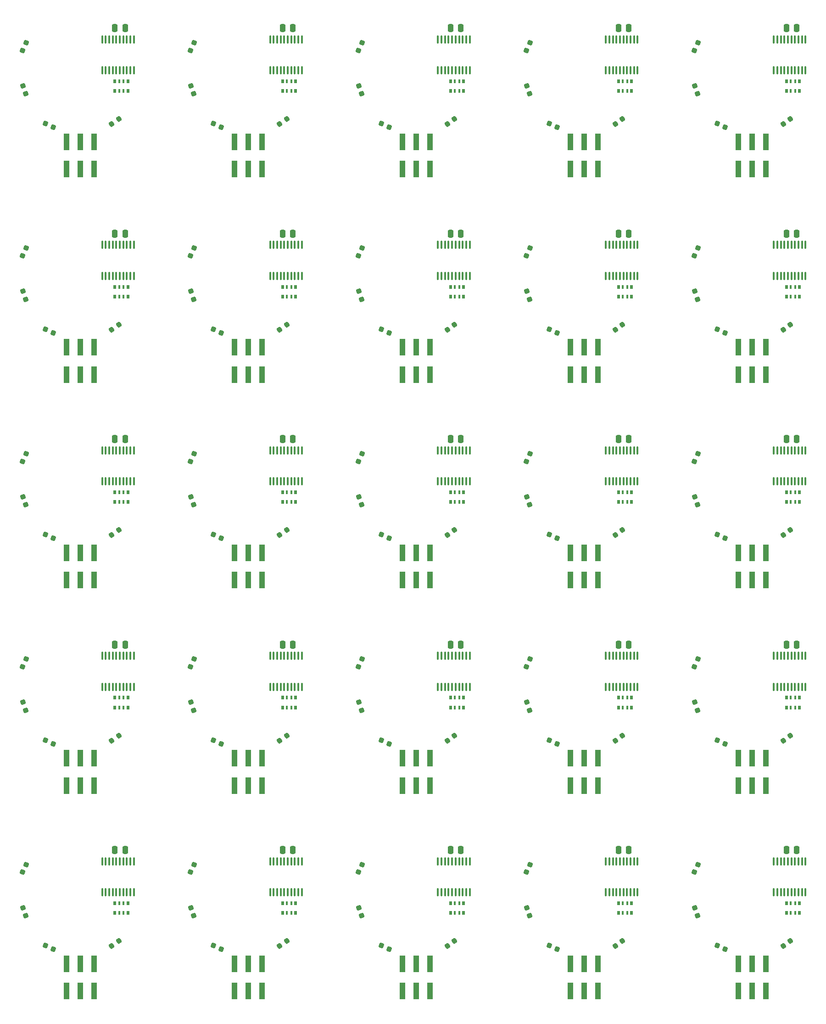
<source format=gbr>
%TF.GenerationSoftware,KiCad,Pcbnew,9.0.2*%
%TF.CreationDate,2025-06-25T14:10:58-05:00*%
%TF.ProjectId,panel,70616e65-6c2e-46b6-9963-61645f706362,rev?*%
%TF.SameCoordinates,Original*%
%TF.FileFunction,Paste,Bot*%
%TF.FilePolarity,Positive*%
%FSLAX46Y46*%
G04 Gerber Fmt 4.6, Leading zero omitted, Abs format (unit mm)*
G04 Created by KiCad (PCBNEW 9.0.2) date 2025-06-25 14:10:58*
%MOMM*%
%LPD*%
G01*
G04 APERTURE LIST*
G04 Aperture macros list*
%AMRoundRect*
0 Rectangle with rounded corners*
0 $1 Rounding radius*
0 $2 $3 $4 $5 $6 $7 $8 $9 X,Y pos of 4 corners*
0 Add a 4 corners polygon primitive as box body*
4,1,4,$2,$3,$4,$5,$6,$7,$8,$9,$2,$3,0*
0 Add four circle primitives for the rounded corners*
1,1,$1+$1,$2,$3*
1,1,$1+$1,$4,$5*
1,1,$1+$1,$6,$7*
1,1,$1+$1,$8,$9*
0 Add four rect primitives between the rounded corners*
20,1,$1+$1,$2,$3,$4,$5,0*
20,1,$1+$1,$4,$5,$6,$7,0*
20,1,$1+$1,$6,$7,$8,$9,0*
20,1,$1+$1,$8,$9,$2,$3,0*%
G04 Aperture macros list end*
%ADD10RoundRect,0.100000X-0.100000X0.637500X-0.100000X-0.637500X0.100000X-0.637500X0.100000X0.637500X0*%
%ADD11RoundRect,0.250000X-0.250000X-0.475000X0.250000X-0.475000X0.250000X0.475000X-0.250000X0.475000X0*%
%ADD12RoundRect,0.218750X0.306551X0.139794X-0.089959X0.324689X-0.306551X-0.139794X0.089959X-0.324689X0*%
%ADD13RoundRect,0.218750X0.139794X-0.306551X0.324689X0.089959X-0.139794X0.306551X-0.324689X-0.089959X0*%
%ADD14R,0.500000X0.800000*%
%ADD15R,0.400000X0.800000*%
%ADD16R,1.000000X3.150000*%
%ADD17RoundRect,0.218750X0.315613X-0.117915X0.165979X0.293200X-0.315613X0.117915X-0.165979X-0.293200X0*%
%ADD18RoundRect,0.218750X0.032211X0.335378X-0.326168X0.084438X-0.032211X-0.335378X0.326168X-0.084438X0*%
G04 APERTURE END LIST*
D10*
%TO.C,U1*%
X122136068Y-34687874D03*
X122786068Y-34687874D03*
X123436068Y-34687874D03*
X124086068Y-34687874D03*
X124736068Y-34687874D03*
X125386068Y-34687874D03*
X126036068Y-34687874D03*
X126686068Y-34687874D03*
X127336068Y-34687874D03*
X127986068Y-34687874D03*
X127986068Y-40412874D03*
X127336068Y-40412874D03*
X126686068Y-40412874D03*
X126036068Y-40412874D03*
X125386068Y-40412874D03*
X124736068Y-40412874D03*
X124086068Y-40412874D03*
X123436068Y-40412874D03*
X122786068Y-40412874D03*
X122136068Y-40412874D03*
%TD*%
D11*
%TO.C,C1*%
X93483629Y-184157846D03*
X95383629Y-184157846D03*
%TD*%
D10*
%TO.C,U1*%
X215068385Y-186232846D03*
X215718385Y-186232846D03*
X216368385Y-186232846D03*
X217018385Y-186232846D03*
X217668385Y-186232846D03*
X218318385Y-186232846D03*
X218968385Y-186232846D03*
X219618385Y-186232846D03*
X220268385Y-186232846D03*
X220918385Y-186232846D03*
X220918385Y-191957846D03*
X220268385Y-191957846D03*
X219618385Y-191957846D03*
X218968385Y-191957846D03*
X218318385Y-191957846D03*
X217668385Y-191957846D03*
X217018385Y-191957846D03*
X216368385Y-191957846D03*
X215718385Y-191957846D03*
X215068385Y-191957846D03*
%TD*%
D12*
%TO.C,D6*%
X113124785Y-202440658D03*
X111697351Y-201775034D03*
%TD*%
D13*
%TO.C,D2*%
X138430695Y-188246562D03*
X139096319Y-186819130D03*
%TD*%
D12*
%TO.C,D6*%
X175079663Y-126668172D03*
X173652229Y-126002548D03*
%TD*%
D14*
%TO.C,RN1*%
X157838507Y-119985361D03*
D15*
X157038506Y-119985359D03*
X156238507Y-119985360D03*
D14*
X155438507Y-119985359D03*
X155438507Y-118185359D03*
D15*
X156238508Y-118185361D03*
X157038507Y-118185360D03*
D14*
X157838507Y-118185361D03*
%TD*%
D12*
%TO.C,D6*%
X113124785Y-126668172D03*
X111697351Y-126002548D03*
%TD*%
D11*
%TO.C,C1*%
X217393385Y-108385360D03*
X219293385Y-108385360D03*
%TD*%
%TO.C,C1*%
X155438507Y-70499117D03*
X157338507Y-70499117D03*
%TD*%
D16*
%TO.C,J1*%
X84593629Y-91449117D03*
X84593629Y-96499117D03*
X87133629Y-91449117D03*
X87133629Y-96499117D03*
X89673629Y-91449117D03*
X89673629Y-96499117D03*
%TD*%
D14*
%TO.C,RN1*%
X157838507Y-157871604D03*
D15*
X157038506Y-157871602D03*
X156238507Y-157871603D03*
D14*
X155438507Y-157871602D03*
X155438507Y-156071602D03*
D15*
X156238508Y-156071604D03*
X157038507Y-156071603D03*
D14*
X157838507Y-156071604D03*
%TD*%
D16*
%TO.C,J1*%
X115571068Y-205107846D03*
X115571068Y-210157846D03*
X118111068Y-205107846D03*
X118111068Y-210157846D03*
X120651068Y-205107846D03*
X120651068Y-210157846D03*
%TD*%
D14*
%TO.C,RN1*%
X95883629Y-157871604D03*
D15*
X95083628Y-157871602D03*
X94283629Y-157871603D03*
D14*
X93483629Y-157871602D03*
X93483629Y-156071602D03*
D15*
X94283630Y-156071604D03*
X95083629Y-156071603D03*
D14*
X95883629Y-156071604D03*
%TD*%
D17*
%TO.C,D4*%
X77077970Y-82614126D03*
X76539288Y-81134108D03*
%TD*%
D10*
%TO.C,U1*%
X91158629Y-186232846D03*
X91808629Y-186232846D03*
X92458629Y-186232846D03*
X93108629Y-186232846D03*
X93758629Y-186232846D03*
X94408629Y-186232846D03*
X95058629Y-186232846D03*
X95708629Y-186232846D03*
X96358629Y-186232846D03*
X97008629Y-186232846D03*
X97008629Y-191957846D03*
X96358629Y-191957846D03*
X95708629Y-191957846D03*
X95058629Y-191957846D03*
X94408629Y-191957846D03*
X93758629Y-191957846D03*
X93108629Y-191957846D03*
X92458629Y-191957846D03*
X91808629Y-191957846D03*
X91158629Y-191957846D03*
%TD*%
D13*
%TO.C,D2*%
X107453256Y-112474076D03*
X108118880Y-111046644D03*
%TD*%
D18*
%TO.C,D8*%
X187136029Y-163044911D03*
X185845863Y-163948295D03*
%TD*%
D17*
%TO.C,D4*%
X200987726Y-196272855D03*
X200449044Y-194792837D03*
%TD*%
D11*
%TO.C,C1*%
X93483629Y-32612874D03*
X95383629Y-32612874D03*
%TD*%
D12*
%TO.C,D6*%
X175079663Y-50895686D03*
X173652229Y-50230062D03*
%TD*%
%TO.C,D6*%
X82147346Y-50895686D03*
X80719912Y-50230062D03*
%TD*%
%TO.C,D6*%
X113124785Y-88781929D03*
X111697351Y-88116305D03*
%TD*%
D18*
%TO.C,D8*%
X156158590Y-87272425D03*
X154868424Y-88175809D03*
%TD*%
%TO.C,D8*%
X125181151Y-125158668D03*
X123890985Y-126062052D03*
%TD*%
D17*
%TO.C,D4*%
X139032848Y-196272855D03*
X138494166Y-194792837D03*
%TD*%
D10*
%TO.C,U1*%
X184090946Y-72574117D03*
X184740946Y-72574117D03*
X185390946Y-72574117D03*
X186040946Y-72574117D03*
X186690946Y-72574117D03*
X187340946Y-72574117D03*
X187990946Y-72574117D03*
X188640946Y-72574117D03*
X189290946Y-72574117D03*
X189940946Y-72574117D03*
X189940946Y-78299117D03*
X189290946Y-78299117D03*
X188640946Y-78299117D03*
X187990946Y-78299117D03*
X187340946Y-78299117D03*
X186690946Y-78299117D03*
X186040946Y-78299117D03*
X185390946Y-78299117D03*
X184740946Y-78299117D03*
X184090946Y-78299117D03*
%TD*%
%TO.C,U1*%
X91158629Y-148346603D03*
X91808629Y-148346603D03*
X92458629Y-148346603D03*
X93108629Y-148346603D03*
X93758629Y-148346603D03*
X94408629Y-148346603D03*
X95058629Y-148346603D03*
X95708629Y-148346603D03*
X96358629Y-148346603D03*
X97008629Y-148346603D03*
X97008629Y-154071603D03*
X96358629Y-154071603D03*
X95708629Y-154071603D03*
X95058629Y-154071603D03*
X94408629Y-154071603D03*
X93758629Y-154071603D03*
X93108629Y-154071603D03*
X92458629Y-154071603D03*
X91808629Y-154071603D03*
X91158629Y-154071603D03*
%TD*%
D18*
%TO.C,D8*%
X156158590Y-200931154D03*
X154868424Y-201834538D03*
%TD*%
%TO.C,D8*%
X125181151Y-163044911D03*
X123890985Y-163948295D03*
%TD*%
D11*
%TO.C,C1*%
X186415946Y-146271603D03*
X188315946Y-146271603D03*
%TD*%
D10*
%TO.C,U1*%
X184090946Y-186232846D03*
X184740946Y-186232846D03*
X185390946Y-186232846D03*
X186040946Y-186232846D03*
X186690946Y-186232846D03*
X187340946Y-186232846D03*
X187990946Y-186232846D03*
X188640946Y-186232846D03*
X189290946Y-186232846D03*
X189940946Y-186232846D03*
X189940946Y-191957846D03*
X189290946Y-191957846D03*
X188640946Y-191957846D03*
X187990946Y-191957846D03*
X187340946Y-191957846D03*
X186690946Y-191957846D03*
X186040946Y-191957846D03*
X185390946Y-191957846D03*
X184740946Y-191957846D03*
X184090946Y-191957846D03*
%TD*%
D12*
%TO.C,D6*%
X175079663Y-164554415D03*
X173652229Y-163888791D03*
%TD*%
D10*
%TO.C,U1*%
X184090946Y-148346603D03*
X184740946Y-148346603D03*
X185390946Y-148346603D03*
X186040946Y-148346603D03*
X186690946Y-148346603D03*
X187340946Y-148346603D03*
X187990946Y-148346603D03*
X188640946Y-148346603D03*
X189290946Y-148346603D03*
X189940946Y-148346603D03*
X189940946Y-154071603D03*
X189290946Y-154071603D03*
X188640946Y-154071603D03*
X187990946Y-154071603D03*
X187340946Y-154071603D03*
X186690946Y-154071603D03*
X186040946Y-154071603D03*
X185390946Y-154071603D03*
X184740946Y-154071603D03*
X184090946Y-154071603D03*
%TD*%
%TO.C,U1*%
X153113507Y-186232846D03*
X153763507Y-186232846D03*
X154413507Y-186232846D03*
X155063507Y-186232846D03*
X155713507Y-186232846D03*
X156363507Y-186232846D03*
X157013507Y-186232846D03*
X157663507Y-186232846D03*
X158313507Y-186232846D03*
X158963507Y-186232846D03*
X158963507Y-191957846D03*
X158313507Y-191957846D03*
X157663507Y-191957846D03*
X157013507Y-191957846D03*
X156363507Y-191957846D03*
X155713507Y-191957846D03*
X155063507Y-191957846D03*
X154413507Y-191957846D03*
X153763507Y-191957846D03*
X153113507Y-191957846D03*
%TD*%
D17*
%TO.C,D4*%
X139032848Y-44727883D03*
X138494166Y-43247865D03*
%TD*%
D13*
%TO.C,D2*%
X107453256Y-188246562D03*
X108118880Y-186819130D03*
%TD*%
D16*
%TO.C,J1*%
X177525946Y-205107846D03*
X177525946Y-210157846D03*
X180065946Y-205107846D03*
X180065946Y-210157846D03*
X182605946Y-205107846D03*
X182605946Y-210157846D03*
%TD*%
D11*
%TO.C,C1*%
X155438507Y-32612874D03*
X157338507Y-32612874D03*
%TD*%
D10*
%TO.C,U1*%
X91158629Y-110460360D03*
X91808629Y-110460360D03*
X92458629Y-110460360D03*
X93108629Y-110460360D03*
X93758629Y-110460360D03*
X94408629Y-110460360D03*
X95058629Y-110460360D03*
X95708629Y-110460360D03*
X96358629Y-110460360D03*
X97008629Y-110460360D03*
X97008629Y-116185360D03*
X96358629Y-116185360D03*
X95708629Y-116185360D03*
X95058629Y-116185360D03*
X94408629Y-116185360D03*
X93758629Y-116185360D03*
X93108629Y-116185360D03*
X92458629Y-116185360D03*
X91808629Y-116185360D03*
X91158629Y-116185360D03*
%TD*%
D12*
%TO.C,D6*%
X82147346Y-126668172D03*
X80719912Y-126002548D03*
%TD*%
D16*
%TO.C,J1*%
X208503385Y-167221603D03*
X208503385Y-172271603D03*
X211043385Y-167221603D03*
X211043385Y-172271603D03*
X213583385Y-167221603D03*
X213583385Y-172271603D03*
%TD*%
%TO.C,J1*%
X177525946Y-91449117D03*
X177525946Y-96499117D03*
X180065946Y-91449117D03*
X180065946Y-96499117D03*
X182605946Y-91449117D03*
X182605946Y-96499117D03*
%TD*%
%TO.C,J1*%
X177525946Y-167221603D03*
X177525946Y-172271603D03*
X180065946Y-167221603D03*
X180065946Y-172271603D03*
X182605946Y-167221603D03*
X182605946Y-172271603D03*
%TD*%
D10*
%TO.C,U1*%
X153113507Y-34687874D03*
X153763507Y-34687874D03*
X154413507Y-34687874D03*
X155063507Y-34687874D03*
X155713507Y-34687874D03*
X156363507Y-34687874D03*
X157013507Y-34687874D03*
X157663507Y-34687874D03*
X158313507Y-34687874D03*
X158963507Y-34687874D03*
X158963507Y-40412874D03*
X158313507Y-40412874D03*
X157663507Y-40412874D03*
X157013507Y-40412874D03*
X156363507Y-40412874D03*
X155713507Y-40412874D03*
X155063507Y-40412874D03*
X154413507Y-40412874D03*
X153763507Y-40412874D03*
X153113507Y-40412874D03*
%TD*%
%TO.C,U1*%
X153113507Y-72574117D03*
X153763507Y-72574117D03*
X154413507Y-72574117D03*
X155063507Y-72574117D03*
X155713507Y-72574117D03*
X156363507Y-72574117D03*
X157013507Y-72574117D03*
X157663507Y-72574117D03*
X158313507Y-72574117D03*
X158963507Y-72574117D03*
X158963507Y-78299117D03*
X158313507Y-78299117D03*
X157663507Y-78299117D03*
X157013507Y-78299117D03*
X156363507Y-78299117D03*
X155713507Y-78299117D03*
X155063507Y-78299117D03*
X154413507Y-78299117D03*
X153763507Y-78299117D03*
X153113507Y-78299117D03*
%TD*%
D11*
%TO.C,C1*%
X186415946Y-70499117D03*
X188315946Y-70499117D03*
%TD*%
D17*
%TO.C,D4*%
X200987726Y-82614126D03*
X200449044Y-81134108D03*
%TD*%
D14*
%TO.C,RN1*%
X126861068Y-195757847D03*
D15*
X126061067Y-195757845D03*
X125261068Y-195757846D03*
D14*
X124461068Y-195757845D03*
X124461068Y-193957845D03*
D15*
X125261069Y-193957847D03*
X126061068Y-193957846D03*
D14*
X126861068Y-193957847D03*
%TD*%
D10*
%TO.C,U1*%
X184090946Y-110460360D03*
X184740946Y-110460360D03*
X185390946Y-110460360D03*
X186040946Y-110460360D03*
X186690946Y-110460360D03*
X187340946Y-110460360D03*
X187990946Y-110460360D03*
X188640946Y-110460360D03*
X189290946Y-110460360D03*
X189940946Y-110460360D03*
X189940946Y-116185360D03*
X189290946Y-116185360D03*
X188640946Y-116185360D03*
X187990946Y-116185360D03*
X187340946Y-116185360D03*
X186690946Y-116185360D03*
X186040946Y-116185360D03*
X185390946Y-116185360D03*
X184740946Y-116185360D03*
X184090946Y-116185360D03*
%TD*%
D17*
%TO.C,D4*%
X170010287Y-44727883D03*
X169471605Y-43247865D03*
%TD*%
D10*
%TO.C,U1*%
X91158629Y-34687874D03*
X91808629Y-34687874D03*
X92458629Y-34687874D03*
X93108629Y-34687874D03*
X93758629Y-34687874D03*
X94408629Y-34687874D03*
X95058629Y-34687874D03*
X95708629Y-34687874D03*
X96358629Y-34687874D03*
X97008629Y-34687874D03*
X97008629Y-40412874D03*
X96358629Y-40412874D03*
X95708629Y-40412874D03*
X95058629Y-40412874D03*
X94408629Y-40412874D03*
X93758629Y-40412874D03*
X93108629Y-40412874D03*
X92458629Y-40412874D03*
X91808629Y-40412874D03*
X91158629Y-40412874D03*
%TD*%
D17*
%TO.C,D4*%
X170010287Y-82614126D03*
X169471605Y-81134108D03*
%TD*%
D16*
%TO.C,J1*%
X177525946Y-53562874D03*
X177525946Y-58612874D03*
X180065946Y-53562874D03*
X180065946Y-58612874D03*
X182605946Y-53562874D03*
X182605946Y-58612874D03*
%TD*%
D13*
%TO.C,D2*%
X76475817Y-188246562D03*
X77141441Y-186819130D03*
%TD*%
D16*
%TO.C,J1*%
X84593629Y-205107846D03*
X84593629Y-210157846D03*
X87133629Y-205107846D03*
X87133629Y-210157846D03*
X89673629Y-205107846D03*
X89673629Y-210157846D03*
%TD*%
D17*
%TO.C,D4*%
X170010287Y-120500369D03*
X169471605Y-119020351D03*
%TD*%
D18*
%TO.C,D8*%
X187136029Y-125158668D03*
X185845863Y-126062052D03*
%TD*%
D11*
%TO.C,C1*%
X186415946Y-184157846D03*
X188315946Y-184157846D03*
%TD*%
D17*
%TO.C,D4*%
X77077970Y-120500369D03*
X76539288Y-119020351D03*
%TD*%
D12*
%TO.C,D6*%
X206057102Y-50895686D03*
X204629668Y-50230062D03*
%TD*%
D10*
%TO.C,U1*%
X91158629Y-72574117D03*
X91808629Y-72574117D03*
X92458629Y-72574117D03*
X93108629Y-72574117D03*
X93758629Y-72574117D03*
X94408629Y-72574117D03*
X95058629Y-72574117D03*
X95708629Y-72574117D03*
X96358629Y-72574117D03*
X97008629Y-72574117D03*
X97008629Y-78299117D03*
X96358629Y-78299117D03*
X95708629Y-78299117D03*
X95058629Y-78299117D03*
X94408629Y-78299117D03*
X93758629Y-78299117D03*
X93108629Y-78299117D03*
X92458629Y-78299117D03*
X91808629Y-78299117D03*
X91158629Y-78299117D03*
%TD*%
D17*
%TO.C,D4*%
X108055409Y-44727883D03*
X107516727Y-43247865D03*
%TD*%
D13*
%TO.C,D2*%
X169408134Y-112474076D03*
X170073758Y-111046644D03*
%TD*%
D14*
%TO.C,RN1*%
X157838507Y-195757847D03*
D15*
X157038506Y-195757845D03*
X156238507Y-195757846D03*
D14*
X155438507Y-195757845D03*
X155438507Y-193957845D03*
D15*
X156238508Y-193957847D03*
X157038507Y-193957846D03*
D14*
X157838507Y-193957847D03*
%TD*%
D16*
%TO.C,J1*%
X208503385Y-129335360D03*
X208503385Y-134385360D03*
X211043385Y-129335360D03*
X211043385Y-134385360D03*
X213583385Y-129335360D03*
X213583385Y-134385360D03*
%TD*%
D18*
%TO.C,D8*%
X187136029Y-49386182D03*
X185845863Y-50289566D03*
%TD*%
D17*
%TO.C,D4*%
X139032848Y-82614126D03*
X138494166Y-81134108D03*
%TD*%
D14*
%TO.C,RN1*%
X95883629Y-82099118D03*
D15*
X95083628Y-82099116D03*
X94283629Y-82099117D03*
D14*
X93483629Y-82099116D03*
X93483629Y-80299116D03*
D15*
X94283630Y-80299118D03*
X95083629Y-80299117D03*
D14*
X95883629Y-80299118D03*
%TD*%
D13*
%TO.C,D2*%
X169408134Y-36701590D03*
X170073758Y-35274158D03*
%TD*%
D18*
%TO.C,D8*%
X156158590Y-163044911D03*
X154868424Y-163948295D03*
%TD*%
D11*
%TO.C,C1*%
X155438507Y-184157846D03*
X157338507Y-184157846D03*
%TD*%
D14*
%TO.C,RN1*%
X188815946Y-44212875D03*
D15*
X188015945Y-44212873D03*
X187215946Y-44212874D03*
D14*
X186415946Y-44212873D03*
X186415946Y-42412873D03*
D15*
X187215947Y-42412875D03*
X188015946Y-42412874D03*
D14*
X188815946Y-42412875D03*
%TD*%
D13*
%TO.C,D2*%
X169408134Y-188246562D03*
X170073758Y-186819130D03*
%TD*%
D10*
%TO.C,U1*%
X215068385Y-34687874D03*
X215718385Y-34687874D03*
X216368385Y-34687874D03*
X217018385Y-34687874D03*
X217668385Y-34687874D03*
X218318385Y-34687874D03*
X218968385Y-34687874D03*
X219618385Y-34687874D03*
X220268385Y-34687874D03*
X220918385Y-34687874D03*
X220918385Y-40412874D03*
X220268385Y-40412874D03*
X219618385Y-40412874D03*
X218968385Y-40412874D03*
X218318385Y-40412874D03*
X217668385Y-40412874D03*
X217018385Y-40412874D03*
X216368385Y-40412874D03*
X215718385Y-40412874D03*
X215068385Y-40412874D03*
%TD*%
D16*
%TO.C,J1*%
X146548507Y-167221603D03*
X146548507Y-172271603D03*
X149088507Y-167221603D03*
X149088507Y-172271603D03*
X151628507Y-167221603D03*
X151628507Y-172271603D03*
%TD*%
D13*
%TO.C,D2*%
X200385573Y-112474076D03*
X201051197Y-111046644D03*
%TD*%
D18*
%TO.C,D8*%
X94203712Y-49386182D03*
X92913546Y-50289566D03*
%TD*%
%TO.C,D8*%
X94203712Y-163044911D03*
X92913546Y-163948295D03*
%TD*%
D17*
%TO.C,D4*%
X108055409Y-82614126D03*
X107516727Y-81134108D03*
%TD*%
D10*
%TO.C,U1*%
X153113507Y-110460360D03*
X153763507Y-110460360D03*
X154413507Y-110460360D03*
X155063507Y-110460360D03*
X155713507Y-110460360D03*
X156363507Y-110460360D03*
X157013507Y-110460360D03*
X157663507Y-110460360D03*
X158313507Y-110460360D03*
X158963507Y-110460360D03*
X158963507Y-116185360D03*
X158313507Y-116185360D03*
X157663507Y-116185360D03*
X157013507Y-116185360D03*
X156363507Y-116185360D03*
X155713507Y-116185360D03*
X155063507Y-116185360D03*
X154413507Y-116185360D03*
X153763507Y-116185360D03*
X153113507Y-116185360D03*
%TD*%
D13*
%TO.C,D2*%
X76475817Y-150360319D03*
X77141441Y-148932887D03*
%TD*%
D17*
%TO.C,D4*%
X139032848Y-158386612D03*
X138494166Y-156906594D03*
%TD*%
D11*
%TO.C,C1*%
X217393385Y-32612874D03*
X219293385Y-32612874D03*
%TD*%
%TO.C,C1*%
X217393385Y-146271603D03*
X219293385Y-146271603D03*
%TD*%
D16*
%TO.C,J1*%
X146548507Y-53562874D03*
X146548507Y-58612874D03*
X149088507Y-53562874D03*
X149088507Y-58612874D03*
X151628507Y-53562874D03*
X151628507Y-58612874D03*
%TD*%
D14*
%TO.C,RN1*%
X188815946Y-119985361D03*
D15*
X188015945Y-119985359D03*
X187215946Y-119985360D03*
D14*
X186415946Y-119985359D03*
X186415946Y-118185359D03*
D15*
X187215947Y-118185361D03*
X188015946Y-118185360D03*
D14*
X188815946Y-118185361D03*
%TD*%
D16*
%TO.C,J1*%
X208503385Y-205107846D03*
X208503385Y-210157846D03*
X211043385Y-205107846D03*
X211043385Y-210157846D03*
X213583385Y-205107846D03*
X213583385Y-210157846D03*
%TD*%
D12*
%TO.C,D6*%
X144102224Y-126668172D03*
X142674790Y-126002548D03*
%TD*%
D13*
%TO.C,D2*%
X107453256Y-36701590D03*
X108118880Y-35274158D03*
%TD*%
D12*
%TO.C,D6*%
X144102224Y-202440658D03*
X142674790Y-201775034D03*
%TD*%
D13*
%TO.C,D2*%
X169408134Y-74587833D03*
X170073758Y-73160401D03*
%TD*%
D11*
%TO.C,C1*%
X124461068Y-108385360D03*
X126361068Y-108385360D03*
%TD*%
D17*
%TO.C,D4*%
X200987726Y-44727883D03*
X200449044Y-43247865D03*
%TD*%
D18*
%TO.C,D8*%
X125181151Y-200931154D03*
X123890985Y-201834538D03*
%TD*%
D13*
%TO.C,D2*%
X200385573Y-36701590D03*
X201051197Y-35274158D03*
%TD*%
D16*
%TO.C,J1*%
X115571068Y-129335360D03*
X115571068Y-134385360D03*
X118111068Y-129335360D03*
X118111068Y-134385360D03*
X120651068Y-129335360D03*
X120651068Y-134385360D03*
%TD*%
D10*
%TO.C,U1*%
X184090946Y-34687874D03*
X184740946Y-34687874D03*
X185390946Y-34687874D03*
X186040946Y-34687874D03*
X186690946Y-34687874D03*
X187340946Y-34687874D03*
X187990946Y-34687874D03*
X188640946Y-34687874D03*
X189290946Y-34687874D03*
X189940946Y-34687874D03*
X189940946Y-40412874D03*
X189290946Y-40412874D03*
X188640946Y-40412874D03*
X187990946Y-40412874D03*
X187340946Y-40412874D03*
X186690946Y-40412874D03*
X186040946Y-40412874D03*
X185390946Y-40412874D03*
X184740946Y-40412874D03*
X184090946Y-40412874D03*
%TD*%
D14*
%TO.C,RN1*%
X219793385Y-82099118D03*
D15*
X218993384Y-82099116D03*
X218193385Y-82099117D03*
D14*
X217393385Y-82099116D03*
X217393385Y-80299116D03*
D15*
X218193386Y-80299118D03*
X218993385Y-80299117D03*
D14*
X219793385Y-80299118D03*
%TD*%
D13*
%TO.C,D2*%
X200385573Y-74587833D03*
X201051197Y-73160401D03*
%TD*%
D12*
%TO.C,D6*%
X144102224Y-164554415D03*
X142674790Y-163888791D03*
%TD*%
D18*
%TO.C,D8*%
X94203712Y-200931154D03*
X92913546Y-201834538D03*
%TD*%
D14*
%TO.C,RN1*%
X126861068Y-44212875D03*
D15*
X126061067Y-44212873D03*
X125261068Y-44212874D03*
D14*
X124461068Y-44212873D03*
X124461068Y-42412873D03*
D15*
X125261069Y-42412875D03*
X126061068Y-42412874D03*
D14*
X126861068Y-42412875D03*
%TD*%
D18*
%TO.C,D8*%
X94203712Y-125158668D03*
X92913546Y-126062052D03*
%TD*%
D12*
%TO.C,D6*%
X206057102Y-88781929D03*
X204629668Y-88116305D03*
%TD*%
D11*
%TO.C,C1*%
X217393385Y-70499117D03*
X219293385Y-70499117D03*
%TD*%
D17*
%TO.C,D4*%
X108055409Y-196272855D03*
X107516727Y-194792837D03*
%TD*%
%TO.C,D4*%
X200987726Y-120500369D03*
X200449044Y-119020351D03*
%TD*%
D13*
%TO.C,D2*%
X76475817Y-36701590D03*
X77141441Y-35274158D03*
%TD*%
D18*
%TO.C,D8*%
X125181151Y-87272425D03*
X123890985Y-88175809D03*
%TD*%
D13*
%TO.C,D2*%
X200385573Y-188246562D03*
X201051197Y-186819130D03*
%TD*%
%TO.C,D2*%
X200385573Y-150360319D03*
X201051197Y-148932887D03*
%TD*%
D11*
%TO.C,C1*%
X93483629Y-70499117D03*
X95383629Y-70499117D03*
%TD*%
D14*
%TO.C,RN1*%
X157838507Y-82099118D03*
D15*
X157038506Y-82099116D03*
X156238507Y-82099117D03*
D14*
X155438507Y-82099116D03*
X155438507Y-80299116D03*
D15*
X156238508Y-80299118D03*
X157038507Y-80299117D03*
D14*
X157838507Y-80299118D03*
%TD*%
D10*
%TO.C,U1*%
X215068385Y-72574117D03*
X215718385Y-72574117D03*
X216368385Y-72574117D03*
X217018385Y-72574117D03*
X217668385Y-72574117D03*
X218318385Y-72574117D03*
X218968385Y-72574117D03*
X219618385Y-72574117D03*
X220268385Y-72574117D03*
X220918385Y-72574117D03*
X220918385Y-78299117D03*
X220268385Y-78299117D03*
X219618385Y-78299117D03*
X218968385Y-78299117D03*
X218318385Y-78299117D03*
X217668385Y-78299117D03*
X217018385Y-78299117D03*
X216368385Y-78299117D03*
X215718385Y-78299117D03*
X215068385Y-78299117D03*
%TD*%
D14*
%TO.C,RN1*%
X157838507Y-44212875D03*
D15*
X157038506Y-44212873D03*
X156238507Y-44212874D03*
D14*
X155438507Y-44212873D03*
X155438507Y-42412873D03*
D15*
X156238508Y-42412875D03*
X157038507Y-42412874D03*
D14*
X157838507Y-42412875D03*
%TD*%
D18*
%TO.C,D8*%
X187136029Y-200931154D03*
X185845863Y-201834538D03*
%TD*%
%TO.C,D8*%
X218113468Y-200931154D03*
X216823302Y-201834538D03*
%TD*%
D12*
%TO.C,D6*%
X82147346Y-164554415D03*
X80719912Y-163888791D03*
%TD*%
D14*
%TO.C,RN1*%
X219793385Y-119985361D03*
D15*
X218993384Y-119985359D03*
X218193385Y-119985360D03*
D14*
X217393385Y-119985359D03*
X217393385Y-118185359D03*
D15*
X218193386Y-118185361D03*
X218993385Y-118185360D03*
D14*
X219793385Y-118185361D03*
%TD*%
%TO.C,RN1*%
X126861068Y-119985361D03*
D15*
X126061067Y-119985359D03*
X125261068Y-119985360D03*
D14*
X124461068Y-119985359D03*
X124461068Y-118185359D03*
D15*
X125261069Y-118185361D03*
X126061068Y-118185360D03*
D14*
X126861068Y-118185361D03*
%TD*%
D17*
%TO.C,D4*%
X108055409Y-158386612D03*
X107516727Y-156906594D03*
%TD*%
D16*
%TO.C,J1*%
X146548507Y-91449117D03*
X146548507Y-96499117D03*
X149088507Y-91449117D03*
X149088507Y-96499117D03*
X151628507Y-91449117D03*
X151628507Y-96499117D03*
%TD*%
D12*
%TO.C,D6*%
X113124785Y-50895686D03*
X111697351Y-50230062D03*
%TD*%
D18*
%TO.C,D8*%
X94203712Y-87272425D03*
X92913546Y-88175809D03*
%TD*%
D13*
%TO.C,D2*%
X76475817Y-112474076D03*
X77141441Y-111046644D03*
%TD*%
%TO.C,D2*%
X76475817Y-74587833D03*
X77141441Y-73160401D03*
%TD*%
D12*
%TO.C,D6*%
X113124785Y-164554415D03*
X111697351Y-163888791D03*
%TD*%
%TO.C,D6*%
X206057102Y-202440658D03*
X204629668Y-201775034D03*
%TD*%
D17*
%TO.C,D4*%
X139032848Y-120500369D03*
X138494166Y-119020351D03*
%TD*%
D16*
%TO.C,J1*%
X177525946Y-129335360D03*
X177525946Y-134385360D03*
X180065946Y-129335360D03*
X180065946Y-134385360D03*
X182605946Y-129335360D03*
X182605946Y-134385360D03*
%TD*%
D10*
%TO.C,U1*%
X153113507Y-148346603D03*
X153763507Y-148346603D03*
X154413507Y-148346603D03*
X155063507Y-148346603D03*
X155713507Y-148346603D03*
X156363507Y-148346603D03*
X157013507Y-148346603D03*
X157663507Y-148346603D03*
X158313507Y-148346603D03*
X158963507Y-148346603D03*
X158963507Y-154071603D03*
X158313507Y-154071603D03*
X157663507Y-154071603D03*
X157013507Y-154071603D03*
X156363507Y-154071603D03*
X155713507Y-154071603D03*
X155063507Y-154071603D03*
X154413507Y-154071603D03*
X153763507Y-154071603D03*
X153113507Y-154071603D03*
%TD*%
D12*
%TO.C,D6*%
X82147346Y-88781929D03*
X80719912Y-88116305D03*
%TD*%
D11*
%TO.C,C1*%
X186415946Y-108385360D03*
X188315946Y-108385360D03*
%TD*%
D17*
%TO.C,D4*%
X170010287Y-158386612D03*
X169471605Y-156906594D03*
%TD*%
D14*
%TO.C,RN1*%
X188815946Y-157871604D03*
D15*
X188015945Y-157871602D03*
X187215946Y-157871603D03*
D14*
X186415946Y-157871602D03*
X186415946Y-156071602D03*
D15*
X187215947Y-156071604D03*
X188015946Y-156071603D03*
D14*
X188815946Y-156071604D03*
%TD*%
D17*
%TO.C,D4*%
X108055409Y-120500369D03*
X107516727Y-119020351D03*
%TD*%
D16*
%TO.C,J1*%
X115571068Y-167221603D03*
X115571068Y-172271603D03*
X118111068Y-167221603D03*
X118111068Y-172271603D03*
X120651068Y-167221603D03*
X120651068Y-172271603D03*
%TD*%
D14*
%TO.C,RN1*%
X219793385Y-157871604D03*
D15*
X218993384Y-157871602D03*
X218193385Y-157871603D03*
D14*
X217393385Y-157871602D03*
X217393385Y-156071602D03*
D15*
X218193386Y-156071604D03*
X218993385Y-156071603D03*
D14*
X219793385Y-156071604D03*
%TD*%
%TO.C,RN1*%
X188815946Y-82099118D03*
D15*
X188015945Y-82099116D03*
X187215946Y-82099117D03*
D14*
X186415946Y-82099116D03*
X186415946Y-80299116D03*
D15*
X187215947Y-80299118D03*
X188015946Y-80299117D03*
D14*
X188815946Y-80299118D03*
%TD*%
D18*
%TO.C,D8*%
X187136029Y-87272425D03*
X185845863Y-88175809D03*
%TD*%
D14*
%TO.C,RN1*%
X126861068Y-157871604D03*
D15*
X126061067Y-157871602D03*
X125261068Y-157871603D03*
D14*
X124461068Y-157871602D03*
X124461068Y-156071602D03*
D15*
X125261069Y-156071604D03*
X126061068Y-156071603D03*
D14*
X126861068Y-156071604D03*
%TD*%
D17*
%TO.C,D4*%
X170010287Y-196272855D03*
X169471605Y-194792837D03*
%TD*%
D12*
%TO.C,D6*%
X82147346Y-202440658D03*
X80719912Y-201775034D03*
%TD*%
D16*
%TO.C,J1*%
X115571068Y-53562874D03*
X115571068Y-58612874D03*
X118111068Y-53562874D03*
X118111068Y-58612874D03*
X120651068Y-53562874D03*
X120651068Y-58612874D03*
%TD*%
D12*
%TO.C,D6*%
X144102224Y-50895686D03*
X142674790Y-50230062D03*
%TD*%
D13*
%TO.C,D2*%
X138430695Y-74587833D03*
X139096319Y-73160401D03*
%TD*%
D17*
%TO.C,D4*%
X77077970Y-196272855D03*
X76539288Y-194792837D03*
%TD*%
D10*
%TO.C,U1*%
X122136068Y-72574117D03*
X122786068Y-72574117D03*
X123436068Y-72574117D03*
X124086068Y-72574117D03*
X124736068Y-72574117D03*
X125386068Y-72574117D03*
X126036068Y-72574117D03*
X126686068Y-72574117D03*
X127336068Y-72574117D03*
X127986068Y-72574117D03*
X127986068Y-78299117D03*
X127336068Y-78299117D03*
X126686068Y-78299117D03*
X126036068Y-78299117D03*
X125386068Y-78299117D03*
X124736068Y-78299117D03*
X124086068Y-78299117D03*
X123436068Y-78299117D03*
X122786068Y-78299117D03*
X122136068Y-78299117D03*
%TD*%
D11*
%TO.C,C1*%
X155438507Y-108385360D03*
X157338507Y-108385360D03*
%TD*%
D18*
%TO.C,D8*%
X218113468Y-125158668D03*
X216823302Y-126062052D03*
%TD*%
D12*
%TO.C,D6*%
X175079663Y-202440658D03*
X173652229Y-201775034D03*
%TD*%
D18*
%TO.C,D8*%
X125181151Y-49386182D03*
X123890985Y-50289566D03*
%TD*%
D12*
%TO.C,D6*%
X175079663Y-88781929D03*
X173652229Y-88116305D03*
%TD*%
D10*
%TO.C,U1*%
X215068385Y-148346603D03*
X215718385Y-148346603D03*
X216368385Y-148346603D03*
X217018385Y-148346603D03*
X217668385Y-148346603D03*
X218318385Y-148346603D03*
X218968385Y-148346603D03*
X219618385Y-148346603D03*
X220268385Y-148346603D03*
X220918385Y-148346603D03*
X220918385Y-154071603D03*
X220268385Y-154071603D03*
X219618385Y-154071603D03*
X218968385Y-154071603D03*
X218318385Y-154071603D03*
X217668385Y-154071603D03*
X217018385Y-154071603D03*
X216368385Y-154071603D03*
X215718385Y-154071603D03*
X215068385Y-154071603D03*
%TD*%
D18*
%TO.C,D8*%
X218113468Y-163044911D03*
X216823302Y-163948295D03*
%TD*%
D13*
%TO.C,D2*%
X138430695Y-150360319D03*
X139096319Y-148932887D03*
%TD*%
D18*
%TO.C,D8*%
X218113468Y-49386182D03*
X216823302Y-50289566D03*
%TD*%
D11*
%TO.C,C1*%
X124461068Y-184157846D03*
X126361068Y-184157846D03*
%TD*%
D14*
%TO.C,RN1*%
X219793385Y-195757847D03*
D15*
X218993384Y-195757845D03*
X218193385Y-195757846D03*
D14*
X217393385Y-195757845D03*
X217393385Y-193957845D03*
D15*
X218193386Y-193957847D03*
X218993385Y-193957846D03*
D14*
X219793385Y-193957847D03*
%TD*%
D11*
%TO.C,C1*%
X124461068Y-146271603D03*
X126361068Y-146271603D03*
%TD*%
D10*
%TO.C,U1*%
X122136068Y-110460360D03*
X122786068Y-110460360D03*
X123436068Y-110460360D03*
X124086068Y-110460360D03*
X124736068Y-110460360D03*
X125386068Y-110460360D03*
X126036068Y-110460360D03*
X126686068Y-110460360D03*
X127336068Y-110460360D03*
X127986068Y-110460360D03*
X127986068Y-116185360D03*
X127336068Y-116185360D03*
X126686068Y-116185360D03*
X126036068Y-116185360D03*
X125386068Y-116185360D03*
X124736068Y-116185360D03*
X124086068Y-116185360D03*
X123436068Y-116185360D03*
X122786068Y-116185360D03*
X122136068Y-116185360D03*
%TD*%
D13*
%TO.C,D2*%
X138430695Y-112474076D03*
X139096319Y-111046644D03*
%TD*%
D16*
%TO.C,J1*%
X84593629Y-129335360D03*
X84593629Y-134385360D03*
X87133629Y-129335360D03*
X87133629Y-134385360D03*
X89673629Y-129335360D03*
X89673629Y-134385360D03*
%TD*%
%TO.C,J1*%
X208503385Y-53562874D03*
X208503385Y-58612874D03*
X211043385Y-53562874D03*
X211043385Y-58612874D03*
X213583385Y-53562874D03*
X213583385Y-58612874D03*
%TD*%
%TO.C,J1*%
X146548507Y-129335360D03*
X146548507Y-134385360D03*
X149088507Y-129335360D03*
X149088507Y-134385360D03*
X151628507Y-129335360D03*
X151628507Y-134385360D03*
%TD*%
D11*
%TO.C,C1*%
X217393385Y-184157846D03*
X219293385Y-184157846D03*
%TD*%
D17*
%TO.C,D4*%
X77077970Y-158386612D03*
X76539288Y-156906594D03*
%TD*%
D16*
%TO.C,J1*%
X208503385Y-91449117D03*
X208503385Y-96499117D03*
X211043385Y-91449117D03*
X211043385Y-96499117D03*
X213583385Y-91449117D03*
X213583385Y-96499117D03*
%TD*%
D17*
%TO.C,D4*%
X200987726Y-158386612D03*
X200449044Y-156906594D03*
%TD*%
D14*
%TO.C,RN1*%
X219793385Y-44212875D03*
D15*
X218993384Y-44212873D03*
X218193385Y-44212874D03*
D14*
X217393385Y-44212873D03*
X217393385Y-42412873D03*
D15*
X218193386Y-42412875D03*
X218993385Y-42412874D03*
D14*
X219793385Y-42412875D03*
%TD*%
D13*
%TO.C,D2*%
X138430695Y-36701590D03*
X139096319Y-35274158D03*
%TD*%
%TO.C,D2*%
X107453256Y-150360319D03*
X108118880Y-148932887D03*
%TD*%
D14*
%TO.C,RN1*%
X95883629Y-195757847D03*
D15*
X95083628Y-195757845D03*
X94283629Y-195757846D03*
D14*
X93483629Y-195757845D03*
X93483629Y-193957845D03*
D15*
X94283630Y-193957847D03*
X95083629Y-193957846D03*
D14*
X95883629Y-193957847D03*
%TD*%
D12*
%TO.C,D6*%
X206057102Y-164554415D03*
X204629668Y-163888791D03*
%TD*%
D10*
%TO.C,U1*%
X122136068Y-148346603D03*
X122786068Y-148346603D03*
X123436068Y-148346603D03*
X124086068Y-148346603D03*
X124736068Y-148346603D03*
X125386068Y-148346603D03*
X126036068Y-148346603D03*
X126686068Y-148346603D03*
X127336068Y-148346603D03*
X127986068Y-148346603D03*
X127986068Y-154071603D03*
X127336068Y-154071603D03*
X126686068Y-154071603D03*
X126036068Y-154071603D03*
X125386068Y-154071603D03*
X124736068Y-154071603D03*
X124086068Y-154071603D03*
X123436068Y-154071603D03*
X122786068Y-154071603D03*
X122136068Y-154071603D03*
%TD*%
D17*
%TO.C,D4*%
X77077970Y-44727883D03*
X76539288Y-43247865D03*
%TD*%
D18*
%TO.C,D8*%
X218113468Y-87272425D03*
X216823302Y-88175809D03*
%TD*%
D16*
%TO.C,J1*%
X84593629Y-53562874D03*
X84593629Y-58612874D03*
X87133629Y-53562874D03*
X87133629Y-58612874D03*
X89673629Y-53562874D03*
X89673629Y-58612874D03*
%TD*%
D12*
%TO.C,D6*%
X206057102Y-126668172D03*
X204629668Y-126002548D03*
%TD*%
D11*
%TO.C,C1*%
X186415946Y-32612874D03*
X188315946Y-32612874D03*
%TD*%
D14*
%TO.C,RN1*%
X126861068Y-82099118D03*
D15*
X126061067Y-82099116D03*
X125261068Y-82099117D03*
D14*
X124461068Y-82099116D03*
X124461068Y-80299116D03*
D15*
X125261069Y-80299118D03*
X126061068Y-80299117D03*
D14*
X126861068Y-80299118D03*
%TD*%
D10*
%TO.C,U1*%
X122136068Y-186232846D03*
X122786068Y-186232846D03*
X123436068Y-186232846D03*
X124086068Y-186232846D03*
X124736068Y-186232846D03*
X125386068Y-186232846D03*
X126036068Y-186232846D03*
X126686068Y-186232846D03*
X127336068Y-186232846D03*
X127986068Y-186232846D03*
X127986068Y-191957846D03*
X127336068Y-191957846D03*
X126686068Y-191957846D03*
X126036068Y-191957846D03*
X125386068Y-191957846D03*
X124736068Y-191957846D03*
X124086068Y-191957846D03*
X123436068Y-191957846D03*
X122786068Y-191957846D03*
X122136068Y-191957846D03*
%TD*%
D11*
%TO.C,C1*%
X155438507Y-146271603D03*
X157338507Y-146271603D03*
%TD*%
D18*
%TO.C,D8*%
X156158590Y-49386182D03*
X154868424Y-50289566D03*
%TD*%
D14*
%TO.C,RN1*%
X188815946Y-195757847D03*
D15*
X188015945Y-195757845D03*
X187215946Y-195757846D03*
D14*
X186415946Y-195757845D03*
X186415946Y-193957845D03*
D15*
X187215947Y-193957847D03*
X188015946Y-193957846D03*
D14*
X188815946Y-193957847D03*
%TD*%
D13*
%TO.C,D2*%
X107453256Y-74587833D03*
X108118880Y-73160401D03*
%TD*%
D18*
%TO.C,D8*%
X156158590Y-125158668D03*
X154868424Y-126062052D03*
%TD*%
D16*
%TO.C,J1*%
X146548507Y-205107846D03*
X146548507Y-210157846D03*
X149088507Y-205107846D03*
X149088507Y-210157846D03*
X151628507Y-205107846D03*
X151628507Y-210157846D03*
%TD*%
D12*
%TO.C,D6*%
X144102224Y-88781929D03*
X142674790Y-88116305D03*
%TD*%
D11*
%TO.C,C1*%
X93483629Y-108385360D03*
X95383629Y-108385360D03*
%TD*%
%TO.C,C1*%
X124461068Y-70499117D03*
X126361068Y-70499117D03*
%TD*%
D16*
%TO.C,J1*%
X115571068Y-91449117D03*
X115571068Y-96499117D03*
X118111068Y-91449117D03*
X118111068Y-96499117D03*
X120651068Y-91449117D03*
X120651068Y-96499117D03*
%TD*%
D11*
%TO.C,C1*%
X93483629Y-146271603D03*
X95383629Y-146271603D03*
%TD*%
%TO.C,C1*%
X124461068Y-32612874D03*
X126361068Y-32612874D03*
%TD*%
D13*
%TO.C,D2*%
X169408134Y-150360319D03*
X170073758Y-148932887D03*
%TD*%
D14*
%TO.C,RN1*%
X95883629Y-119985361D03*
D15*
X95083628Y-119985359D03*
X94283629Y-119985360D03*
D14*
X93483629Y-119985359D03*
X93483629Y-118185359D03*
D15*
X94283630Y-118185361D03*
X95083629Y-118185360D03*
D14*
X95883629Y-118185361D03*
%TD*%
D16*
%TO.C,J1*%
X84593629Y-167221603D03*
X84593629Y-172271603D03*
X87133629Y-167221603D03*
X87133629Y-172271603D03*
X89673629Y-167221603D03*
X89673629Y-172271603D03*
%TD*%
D10*
%TO.C,U1*%
X215068385Y-110460360D03*
X215718385Y-110460360D03*
X216368385Y-110460360D03*
X217018385Y-110460360D03*
X217668385Y-110460360D03*
X218318385Y-110460360D03*
X218968385Y-110460360D03*
X219618385Y-110460360D03*
X220268385Y-110460360D03*
X220918385Y-110460360D03*
X220918385Y-116185360D03*
X220268385Y-116185360D03*
X219618385Y-116185360D03*
X218968385Y-116185360D03*
X218318385Y-116185360D03*
X217668385Y-116185360D03*
X217018385Y-116185360D03*
X216368385Y-116185360D03*
X215718385Y-116185360D03*
X215068385Y-116185360D03*
%TD*%
D14*
%TO.C,RN1*%
X95883629Y-44212875D03*
D15*
X95083628Y-44212873D03*
X94283629Y-44212874D03*
D14*
X93483629Y-44212873D03*
X93483629Y-42412873D03*
D15*
X94283630Y-42412875D03*
X95083629Y-42412874D03*
D14*
X95883629Y-42412875D03*
%TD*%
M02*

</source>
